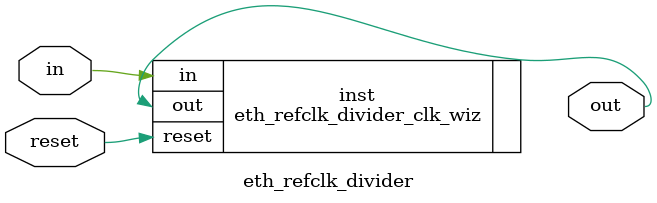
<source format=v>


`timescale 1ps/1ps

(* CORE_GENERATION_INFO = "eth_refclk_divider,clk_wiz_v6_0_4_0_0,{component_name=eth_refclk_divider,use_phase_alignment=true,use_min_o_jitter=false,use_max_i_jitter=false,use_dyn_phase_shift=false,use_inclk_switchover=false,use_dyn_reconfig=false,enable_axi=0,feedback_source=FDBK_AUTO,PRIMITIVE=MMCM,num_out_clk=1,clkin1_period=10.000,clkin2_period=10.000,use_power_down=false,use_reset=true,use_locked=false,use_inclk_stopped=false,feedback_type=SINGLE,CLOCK_MGR_TYPE=NA,manual_override=false}" *)

module eth_refclk_divider 
 (
  // Clock out ports
  output        out,
  // Status and control signals
  input         reset,
 // Clock in ports
  input         in
 );

  eth_refclk_divider_clk_wiz inst
  (
  // Clock out ports  
  .out(out),
  // Status and control signals               
  .reset(reset), 
 // Clock in ports
  .in(in)
  );

endmodule

</source>
